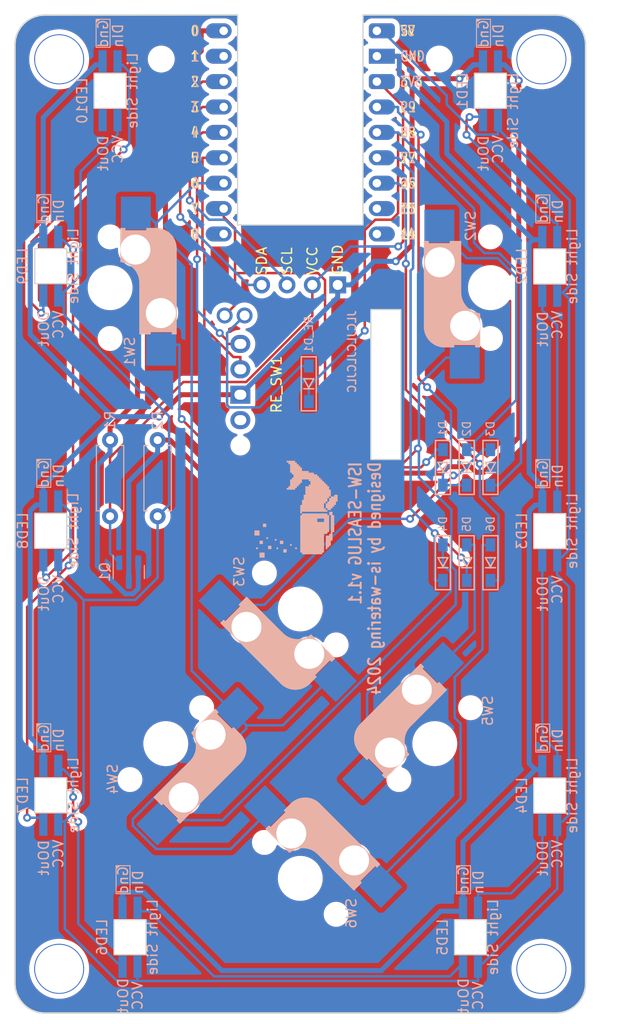
<source format=kicad_pcb>
(kicad_pcb (version 20221018) (generator pcbnew)
  (title_block (title "ISW-SEASLUG") (rev "1.1"))
  (layers (0 "F.Cu" signal) (31 "B.Cu" signal) (34 "B.Paste" user) (35 "F.Paste" user) (36 "B.SilkS" user "B.Silkscreen") (37 "F.SilkS" user "F.Silkscreen") (38 "B.Mask" user) (39 "F.Mask" user) (44 "Edge.Cuts" user))
  (net 0 "")
  (net 1 "+3V3")
  (net 2 "SCL")
  (net 3 "SDA")
  (net 4 "Col1")
  (net 5 "Col0")
  (net 6 "Net-(D1-A)")
  (net 7 "GND")
  (net 8 "RE0B")
  (net 9 "RE0A")
  (net 10 "Net-(D2-A)")
  (net 14 "Net-(D3-A)")
  (net 15 "Net-(D4-A)")
  (net 16 "Net-(D5-A)")
  (net 17 "Net-(D6-A)")
  (net 18 "Row0")
  (net 19 "Row1")
  (net 20 "Row2")
  (net 21 "Row3")
  (net 22 "+5V")
  (net 23 "Net-(LED1-DOUT)")
  (net 24 "LED5V")
  (net 25 "Net-(LED2-DOUT)")
  (net 26 "Net-(LED3-DOUT)")
  (net 27 "Net-(LED4-DOUT)")
  (net 28 "Net-(LED5-DOUT)")
  (net 29 "Net-(LED6-DOUT)")
  (net 30 "Net-(LED7-DOUT)")
  (net 31 "Net-(LED8-DOUT)")
  (net 32 "Net-(LED10-DIN)")
  (net 34 "LED3.3V")
  (net 36 "RE_SW1")
  (footprint "kbd_Parts:Diode_SMD" (layer "F.Cu") (at 100.2445 57.0621 90)
    (fp_text reference "RE_D1")
    (fp_text value "D" hide)
  )
  (footprint "kbd_Parts:Diode_SMD" (layer "F.Cu") (at 116.0633 65.425 90)
    (fp_text reference "D2")
    (fp_text value "D" hide)
  )
  (footprint "BrownSugar_KBD:RotaryEncoder_EVQWGD001" (layer "F.Cu") (at 99.3945 57.1321 90)
    (fp_text reference "RE_SW1")
    (fp_text value "RotaryEncoder_Switch")
    (fp_line (start -7.5 7.075) (end 7.5 7.075) (stroke (width 0.12)) (layer "Edge.Cuts"))
    (fp_line (start -7.5 10.075) (end -7.5 7.075) (stroke (width 0.12)) (layer "Edge.Cuts"))
    (fp_line (start 7.5 7.075) (end 7.5 10.075) (stroke (width 0.12)) (layer "Edge.Cuts"))
    (fp_line (start 7.5 10.075) (end -7.5 10.075) (stroke (width 0.12)) (layer "Edge.Cuts"))
  )
  (footprint "kbd_Parts:Diode_SMD" (layer "F.Cu") (at 113.682 65.425 90)
    (fp_text reference "D1")
    (fp_text value "D" hide)
  )
  (footprint "kbd_Hole:m2_Screw_Hole" (layer "F.Cu") (at 85.4695 24.5875 90)
    (fp_text reference "Ref11")
    (fp_text value "Val02")
  )
  (footprint "kbd_Parts:LED_SK6812MINI-E_UG" (layer "F.Cu") (at 82.3445 112.4025 90)
    (fp_text reference "LED6")
    (fp_text value "LED_SK6812MINI-E")
    (fp_line (start -1.75 -1.6) (end 1.75 -1.6) (stroke (width 0.12)) (layer "Edge.Cuts"))
    (fp_line (start -1.75 1.6) (end -1.75 -1.6) (stroke (width 0.12)) (layer "Edge.Cuts"))
    (fp_line (start 1.75 -1.6) (end 1.75 1.6) (stroke (width 0.12)) (layer "Edge.Cuts"))
    (fp_line (start 1.75 1.6) (end -1.75 1.6) (stroke (width 0.12)) (layer "Edge.Cuts"))
  )
  (footprint "kbd_Parts:Diode_SMD" (layer "F.Cu") (at 113.682 74.95 90)
    (fp_text reference "D4")
    (fp_text value "D" hide)
  )
  (footprint "kbd_Parts:LED_SK6812MINI-E_UG" (layer "F.Cu") (at 74.4045 98.2125 90)
    (fp_text reference "LED7")
    (fp_text value "LED_SK6812MINI-E")
    (fp_line (start -1.75 -1.6) (end 1.75 -1.6) (stroke (width 0.12)) (layer "Edge.Cuts"))
    (fp_line (start -1.75 1.6) (end -1.75 -1.6) (stroke (width 0.12)) (layer "Edge.Cuts"))
    (fp_line (start 1.75 -1.6) (end 1.75 1.6) (stroke (width 0.12)) (layer "Edge.Cuts"))
    (fp_line (start 1.75 1.6) (end -1.75 1.6) (stroke (width 0.12)) (layer "Edge.Cuts"))
  )
  (footprint "kbd_SW:CherryMX_Hotswap_1u" (layer "F.Cu") (at 99.3946 79.5763 135)
    (fp_text reference "SW3")
    (fp_text value "SW_Push" hide)
  )
  (footprint "kbd_Parts:Diode_SMD" (layer "F.Cu") (at 118.4445 65.425 90)
    (fp_text reference "D3")
    (fp_text value "D" hide)
  )
  (footprint "kbd_Parts:LED_SK6812MINI-E_UG" (layer "F.Cu") (at 74.4045 71.7625 90)
    (fp_text reference "LED8")
    (fp_text value "LED_SK6812MINI-E")
    (fp_line (start -1.75 -1.6) (end 1.75 -1.6) (stroke (width 0.12)) (layer "Edge.Cuts"))
    (fp_line (start -1.75 1.6) (end -1.75 -1.6) (stroke (width 0.12)) (layer "Edge.Cuts"))
    (fp_line (start 1.75 -1.6) (end 1.75 1.6) (stroke (width 0.12)) (layer "Edge.Cuts"))
    (fp_line (start 1.75 1.6) (end -1.75 1.6) (stroke (width 0.12)) (layer "Edge.Cuts"))
  )
  (footprint "kbd_Hole:m2_Spacer_Hole" (layer "F.Cu") (at 123.5447 24.6125)
    (fp_text reference "Ref04")
    (fp_text value "Val01")
  )
  (footprint "kbd_Parts:LED_SK6812MINI-E_UG" (layer "F.Cu") (at 74.4045 45.2975 90)
    (fp_text reference "LED9")
    (fp_text value "LED_SK6812MINI-E")
    (fp_line (start -1.75 -1.6) (end 1.75 -1.6) (stroke (width 0.12)) (layer "Edge.Cuts"))
    (fp_line (start -1.75 1.6) (end -1.75 -1.6) (stroke (width 0.12)) (layer "Edge.Cuts"))
    (fp_line (start 1.75 -1.6) (end 1.75 1.6) (stroke (width 0.12)) (layer "Edge.Cuts"))
    (fp_line (start 1.75 1.6) (end -1.75 1.6) (stroke (width 0.12)) (layer "Edge.Cuts"))
  )
  (footprint "kbd_Parts:LED_SK6812MINI-E_UG" (layer "F.Cu") (at 124.3845 71.79 90)
    (fp_text reference "LED3")
    (fp_text value "LED_SK6812MINI-E")
    (fp_line (start -1.75 -1.6) (end 1.75 -1.6) (stroke (width 0.12)) (layer "Edge.Cuts"))
    (fp_line (start -1.75 1.6) (end -1.75 -1.6) (stroke (width 0.12)) (layer "Edge.Cuts"))
    (fp_line (start 1.75 -1.6) (end 1.75 1.6) (stroke (width 0.12)) (layer "Edge.Cuts"))
    (fp_line (start 1.75 1.6) (end -1.75 1.6) (stroke (width 0.12)) (layer "Edge.Cuts"))
  )
  (footprint "kbd_Parts:Diode_SMD" (layer "F.Cu") (at 116.0633 74.95 90)
    (fp_text reference "D5")
    (fp_text value "D" hide)
  )
  (footprint "kbd_Parts:Diode_SMD" (layer "F.Cu") (at 118.4445 74.95 90)
    (fp_text reference "D6")
    (fp_text value "D" hide)
  )
  (footprint "kbd_SW:CherryMX_Hotswap_1u" (layer "F.Cu") (at 99.3946 106.5171 -45)
    (fp_text reference "SW6")
    (fp_text value "SW_Push" hide)
  )
  (footprint "kbd_Parts:LED_SK6812MINI-E_UG" (layer "F.Cu") (at 118.4445 27.7575 90)
    (fp_text reference "LED1")
    (fp_text value "LED_SK6812MINI-E")
    (fp_line (start -1.75 -1.6) (end 1.75 -1.6) (stroke (width 0.12)) (layer "Edge.Cuts"))
    (fp_line (start -1.75 1.6) (end -1.75 -1.6) (stroke (width 0.12)) (layer "Edge.Cuts"))
    (fp_line (start 1.75 -1.6) (end 1.75 1.6) (stroke (width 0.12)) (layer "Edge.Cuts"))
    (fp_line (start 1.75 1.6) (end -1.75 1.6) (stroke (width 0.12)) (layer "Edge.Cuts"))
  )
  (footprint "kbd_Parts:LED_SK6812MINI-E_UG" (layer "F.Cu") (at 124.3845 45.325 90)
    (fp_text reference "LED2")
    (fp_text value "LED_SK6812MINI-E")
    (fp_line (start -1.75 -1.6) (end 1.75 -1.6) (stroke (width 0.12)) (layer "Edge.Cuts"))
    (fp_line (start -1.75 1.6) (end -1.75 -1.6) (stroke (width 0.12)) (layer "Edge.Cuts"))
    (fp_line (start 1.75 -1.6) (end 1.75 1.6) (stroke (width 0.12)) (layer "Edge.Cuts"))
    (fp_line (start 1.75 1.6) (end -1.75 1.6) (stroke (width 0.12)) (layer "Edge.Cuts"))
  )
  (footprint "kbd_SW:CherryMX_Hotswap_1u" (layer "F.Cu") (at 85.9242 93.0467 -135)
    (fp_text reference "SW4")
    (fp_text value "SW_Push" hide)
  )
  (footprint "kbd_Hole:m2_Spacer_Hole" (layer "F.Cu") (at 123.5445 115.5625)
    (fp_text reference "Ref03")
    (fp_text value "Val01")
  )
  (footprint "kbd_SW:CherryMX_Hotswap_1.75u" (layer "F.Cu") (at 80.3445 47.4483 -90)
    (fp_text reference "SW1")
    (fp_text value "SW_Push" hide)
  )
  (footprint "kbd_Hole:m2_Spacer_Hole" (layer "F.Cu") (at 75.2445 24.6125)
    (fp_text reference "Ref01")
    (fp_text value "Val01")
  )
  (footprint "kbd_SW:CherryMX_Hotswap_1.75u" (layer "F.Cu") (at 118.4445 47.4483 90)
    (fp_text reference "SW2")
    (fp_text value "SW_Push" hide)
  )
  (footprint "kbd_Parts:LED_SK6812MINI-E_UG" (layer "F.Cu") (at 80.3445 27.7575 90)
    (fp_text reference "LED10")
    (fp_text value "LED_SK6812MINI-E")
    (fp_line (start -1.75 -1.6) (end 1.75 -1.6) (stroke (width 0.12)) (layer "Edge.Cuts"))
    (fp_line (start -1.75 1.6) (end -1.75 -1.6) (stroke (width 0.12)) (layer "Edge.Cuts"))
    (fp_line (start 1.75 -1.6) (end 1.75 1.6) (stroke (width 0.12)) (layer "Edge.Cuts"))
    (fp_line (start 1.75 1.6) (end -1.75 1.6) (stroke (width 0.12)) (layer "Edge.Cuts"))
  )
  (footprint "kbd_Parts:LED_SK6812MINI-E_UG" (layer "F.Cu") (at 116.4445 112.4025 90)
    (fp_text reference "LED5")
    (fp_text value "LED_SK6812MINI-E")
    (fp_line (start -1.75 -1.6) (end 1.75 -1.6) (stroke (width 0.12)) (layer "Edge.Cuts"))
    (fp_line (start -1.75 1.6) (end -1.75 -1.6) (stroke (width 0.12)) (layer "Edge.Cuts"))
    (fp_line (start 1.75 -1.6) (end 1.75 1.6) (stroke (width 0.12)) (layer "Edge.Cuts"))
    (fp_line (start 1.75 1.6) (end -1.75 1.6) (stroke (width 0.12)) (layer "Edge.Cuts"))
  )
  (footprint "kbd_SW:CherryMX_Hotswap_1u" (layer "F.Cu") (at 112.865 93.0467 45)
    (fp_text reference "SW5")
    (fp_text value "SW_Push" hide)
  )
  (footprint "isw-kbd:StickPointV" (layer "F.Cu") (at 93.3445 48.7725 90)
    (fp_text reference "J1" hide)
    (fp_text value "OLED-128x32" hide)
  )
  (footprint "kbd_Hole:m2_Spacer_Hole" (layer "F.Cu") (at 75.2445 115.5625)
    (fp_text reference "Ref02")
    (fp_text value "Val01")
  )
  (footprint "kbd_Hole:m2_Screw_Hole" (layer "F.Cu") (at 113.3195 24.5875 90)
    (fp_text reference "Ref12")
    (fp_text value "Val02")
  )
  (footprint "kbd_Parts:LED_SK6812MINI-E_UG" (layer "F.Cu") (at 124.3845 98.24 90)
    (fp_text reference "LED4")
    (fp_text value "LED_SK6812MINI-E")
    (fp_line (start -1.75 -1.6) (end 1.75 -1.6) (stroke (width 0.12)) (layer "Edge.Cuts"))
    (fp_line (start -1.75 1.6) (end -1.75 -1.6) (stroke (width 0.12)) (layer "Edge.Cuts"))
    (fp_line (start 1.75 -1.6) (end 1.75 1.6) (stroke (width 0.12)) (layer "Edge.Cuts"))
    (fp_line (start 1.75 1.6) (end -1.75 1.6) (stroke (width 0.12)) (layer "Edge.Cuts"))
  )
  (footprint "Resistor_THT:R_Axial_DIN0207_L6.3mm_D2.5mm_P7.62mm_Horizontal" (layer "B.Cu") (at 85.107 70.3083 90)
    (fp_text reference "R2")
    (fp_text value "R")
  )
  (footprint "Resistor_THT:R_Axial_DIN0207_L6.3mm_D2.5mm_P7.62mm_Horizontal" (layer "B.Cu") (at 80.3445 70.3083 90)
    (fp_text reference "R1")
    (fp_text value "R")
  )
  (footprint "Package_TO_SOT_SMD:SOT-23" (layer "B.Cu") (at 82.217 75.8875 -90)
    (fp_text reference "Q1")
    (fp_text value "BSS138")
  )
  (footprint "isw-logo:logomark_m" (layer "B.Cu") (at 99.394514 69.687452 -90)
    (fp_text reference "G***" hide)
    (fp_text value "LOGO" hide)
  )
  (footprint "isw-kbd:RP2040-Zero-THT" (layer "B.Cu") (at 99.3947 31.9225 180)
    (fp_text reference "U1" hide)
    (fp_text value "rp2040-zero" hide)
    (fp_line (start -6.28 -9.25) (end 6.28 -9.25) (stroke (width 0.12)) (layer "Edge.Cuts"))
    (fp_line (start -6.28 11.75) (end -6.28 -9.25) (stroke (width 0.12)) (layer "Edge.Cuts"))
    (fp_line (start 6.28 -9.25) (end 6.28 11.75) (stroke (width 0.12)) (layer "Edge.Cuts"))
  )
  (gr_curve (pts (xy 73.819514 119.987452) (xy 72.163769 119.987452) (xy 70.819514 118.643197) (xy 70.819514 116.987452)) (stroke (width 0.15)) (layer "Edge.Cuts"))
  (gr_curve (pts (xy 124.969514 20.187452) (xy 126.625259 20.187452) (xy 127.969514 21.531707) (xy 127.969514 23.187452)) (stroke (width 0.15)) (layer "Edge.Cuts"))
  (gr_curve (pts (xy 70.819514 23.187452) (xy 70.819514 21.531707) (xy 72.163769 20.187452) (xy 73.819514 20.187452)) (stroke (width 0.15)) (layer "Edge.Cuts"))
  (gr_line (start 70.819514 116.987452) (end 70.819514 23.187452) (stroke (width 0.15)) (layer "Edge.Cuts"))
  (gr_line (start 127.969514 23.187452) (end 127.969514 116.987452) (stroke (width 0.15)) (layer "Edge.Cuts"))
  (gr_line (start 124.969514 119.987452) (end 73.819514 119.987452) (stroke (width 0.15)) (layer "Edge.Cuts"))
  (gr_line (start 73.819514 20.187452) (end 93.114694 20.172474) (stroke (width 0.15)) (layer "Edge.Cuts"))
  (gr_line (start 105.674694 20.172474) (end 124.969514 20.187452) (stroke (width 0.15)) (layer "Edge.Cuts"))
  (gr_curve (pts (xy 127.969514 116.987452) (xy 127.969514 118.643197) (xy 126.625259 119.987452) (xy 124.969514 119.987452)) (stroke (width 0.15)) (layer "Edge.Cuts"))
  (gr_text "ISW-SEASLUG v1.1\nDesigned by is-watering 2024" (at 107.538264 64.757064 90) (layer "B.SilkS") (effects (font (size 1.2 1) (thickness 0.2) bold) (justify left bottom mirror)))
  (gr_text "JLCJLCJLCJLC" (at 105.038037 49.637107 90) (layer "B.SilkS") (effects (font (size 0.8 0.8)) (justify left bottom mirror)))
  (segment (start 100.6045 47.1725) (end 100.6045 50.2577) (width 0.25) (layer "F.Cu") (net 1))
  (segment (start 100.6045 50.2577) (end 93.98 56.8822) (width 0.25) (layer "F.Cu") (net 1))
  (segment (start 109.6891 42.8481) (end 109.209 43.3282) (width 0.25) (layer "F.Cu") (net 1))
  (segment (start 107.0647 26.8425) (end 107.2001 26.8425) (width 0.25) (layer "F.Cu") (net 1))
  (segment (start 87.6852 56.8822) (end 84.4369 60.1305) (width 0.25) (layer "F.Cu") (net 1))
  (segment (start 80.3445 64.437) (end 80.3445 70.3083) (width 0.25) (layer "F.Cu") (net 1))
  (segment (start 109.6891 29.3315) (end 109.6891 42.8481) (width 0.25) (layer "F.Cu") (net 1))
  (segment (start 84.4369 60.1305) (end 84.4369 60.3446) (width 0.25) (layer "F.Cu") (net 1))
  (segment (start 93.98 56.8822) (end 87.6852 56.8822) (width 0.25) (layer "F.Cu") (net 1))
  (segment (start 84.4369 60.3446) (end 80.3445 64.437) (width 0.25) (layer "F.Cu") (net 1))
  (segment (start 107.2001 26.8425) (end 109.6891 29.3315) (width 0.25) (layer "F.Cu") (net 1))
  (via (at 109.209 43.3282) (size 0.8) (drill 0.4) (layers "F.Cu" "B.Cu") (net 1))
  (segment (start 80.3445 74.0275) (end 80.3445 70.3083) (width 0.25) (layer "B.Cu") (net 1))
  (segment (start 104.4488 43.3282) (end 109.209 43.3282) (width 0.25) (layer "B.Cu") (net 1))
  (segment (start 100.6045 47.1725) (end 104.4488 43.3282) (width 0.25) (layer "B.Cu") (net 1))
  (segment (start 81.267 74.95) (end 80.3445 74.0275) (width 0.25) (layer "B.Cu") (net 1))
  (segment (start 88.3281 30.6522) (end 88.3281 38.7281) (width 0.25) (layer "F.Cu") (net 2))
  (segment (start 91.7247 29.3825) (end 89.5978 29.3825) (width 0.25) (layer "F.Cu") (net 2))
  (segment (start 89.5978 29.3825) (end 88.3281 30.6522) (width 0.25) (layer "F.Cu") (net 2))
  (via (at 88.3281 38.7281) (size 0.8) (drill 0.4) (layers "F.Cu" "B.Cu") (net 2))
  (segment (start 90.2532 40.6532) (end 91.8828 40.6532) (width 0.25) (layer "B.Cu") (net 2))
  (segment (start 98.0645 46.8349) (end 98.0645 47.1725) (width 0.25) (layer "B.Cu") (net 2))
  (segment (start 88.3281 38.7281) (end 90.2532 40.6532) (width 0.25) (layer "B.Cu") (net 2))
  (segment (start 91.8828 40.6532) (end 98.0645 46.8349) (width 0.25) (layer "B.Cu") (net 2))
  (segment (start 87.3749 29.0654) (end 87.3749 40.3768) (width 0.25) (layer "F.Cu") (net 3))
  (segment (start 89.5978 26.8425) (end 87.3749 29.0654) (width 0.25) (layer "F.Cu") (net 3))
  (segment (start 91.7247 26.8425) (end 89.5978 26.8425) (width 0.25) (layer "F.Cu") (net 3))
  (via (at 87.3749 40.3768) (size 0.8) (drill 0.4) (layers "F.Cu" "B.Cu") (net 3))
  (segment (start 95.5245 47.1725) (end 94.1706 47.1725) (width 0.25) (layer "B.Cu") (net 3))
  (segment (start 94.1706 47.1725) (end 87.3749 40.3768) (width 0.25) (layer "B.Cu") (net 3))
  (segment (start 109.7473 64.9631) (end 106.3167 64.9631) (width 0.25) (layer "F.Cu") (net 4))
  (segment (start 91.7247 39.5425) (end 91.7247 40.3824) (width 0.25) (layer "F.Cu") (net 4))
  (segment (start 92.8606 41.5183) (end 92.8606 45.9889) (width 0.25) (layer "F.Cu") (net 4))
  (segment (start 111.1774 63.533) (end 109.7473 64.9631) (width 0.25) (layer "F.Cu") (net 4))
  (segment (start 91.7247 40.3824) (end 92.8606 41.5183) (width 0.25) (layer "F.Cu") (net 4))
  (segment (start 101.8746 60.521) (end 101.8746 46.6951) (width 0.25) (layer "F.Cu") (net 4))
  (segment (start 92.8606 45.9889) (end 92.8606 49.191) (width 0.25) (layer "F.Cu") (net 4))
  (segment (start 101.1684 45.9889) (end 92.8606 45.9889) (width 0.25) (layer "F.Cu") (net 4))
  (segment (start 101.8746 46.6951) (end 101.1684 45.9889) (width 0.25) (layer "F.Cu") (net 4))
  (segment (start 92.8606 49.191) (end 91.8195 50.2321) (width 0.25) (layer "F.Cu") (net 4))
  (segment (start 106.3167 64.9631) (end 101.8746 60.521) (width 0.25) (layer "F.Cu") (net 4))
  (via (at 111.1774 63.533) (size 0.8) (drill 0.4) (layers "F.Cu" "B.Cu") (net 4))
  (segment (start 115.8645 54.4483) (end 114.0376 54.4483) (width 0.25) (layer "B.Cu") (net 4))
  (segment (start 111.2791 66.4188) (end 111.2791 63.533) (width 0.25) (layer "B.Cu") (net 4))
  (segment (start 106.0909 88.0108) (end 114.9724 79.1293) (width 0.25) (layer "B.Cu") (net 4))
  (segment (start 114.9724 79.1293) (end 114.9724 75.7446) (width 0.25) (layer "B.Cu") (net 4))
  (segment (start 114.0053 54.4483) (end 111.2791 57.1745) (width 0.25) (layer "B.Cu") (net 4))
  (segment (start 114.9724 75.7446) (end 114.5205 75.2927) (width 0.25) (layer "B.Cu") (net 4))
  (segment (start 111.2791 57.1745) (end 111.2791 63.533) (width 0.25) (layer "B.Cu") (net 4))
  (segment (start 114.5205 75.2927) (end 114.5205 69.6602) (width 0.25) (layer "B.Cu") (net 4))
  (segment (start 106.0909 96.1721) (end 106.0909 88.0108) (width 0.25) (layer "B.Cu") (net 4))
  (segment (start 114.0376 54.4483) (end 114.0053 54.4483) (width 0.25) (layer "B.Cu") (net 4))
  (segment (start 111.2791 63.533) (end 111.1774 63.533) (width 0.25) (layer "B.Cu") (net 4))
  (segment (start 114.5205 69.6602) (end 111.2791 66.4188) (width 0.25) (layer "B.Cu") (net 4))
  (segment (start 88.518 45.0887) (end 84.9349 41.5056) (width 0.25) (layer "B.Cu") (net 5))
  (segment (start 92.6983 89.9213) (end 91.4064 88.6294) (width 0.25) (layer "B.Cu") (net 5))
  (segment (start 88.518 85.7411) (end 88.518 45.0887) (width 0.25) (layer "B.Cu") (net 5))
  (segment (start 102.52 86.3504) (end 97.6573 91.2131) (width 0.25) (layer "B.Cu") (net 5))
  (segment (start 88.5181 85.7411) (end 88.518 85.7411) (width 0.25) (layer "B.Cu") (net 5))
  (segment (start 83.838 40.4483) (end 84.3656 40.4483) (width 0.25) (layer "B.Cu") (net 5))
  (segment (start 97.6573 91.2131) (end 93.9901 91.2131) (width 0.25) (layer "B.Cu") (net 5))
  (segment (start 88.95 37.0025) (end 84.9349 41.0176) (width 0.25) (layer "B.Cu") (net 5))
  (segment (start 82.6266 101.2516) (end 84.9564 103.5814) (width 0.25) (layer "B.Cu") (net 5))
  (segment (start 89.9073 95.6221) (end 87.5849 95.6221) (width 0.25) (layer "B.Cu") (net 5))
  (segment (start 92.6983 89.9213) (end 93.9842 91.2072) (width 0.25) (layer "B.Cu") (net 5))
  (segment (start 93.9901 91.2131) (end 93.9901 91.5393) (width 0.25) (layer "B.Cu") (net 5))
  (segment (start 87.5849 95.6221) (end 82.6266 100.5804) (width 0.25) (layer "B.Cu") (net 5))
  (segment (start 84.3656 40.4483) (end 84.9349 41.0176) (width 0.25) (layer "B.Cu") (net 5))
  (segment (start 91.7247 37.0025) (end 88.95 37.0025) (width 0.25) (layer "B.Cu") (net 5))
  (segment (start 84.9349 41.5056) (end 84.9349 41.0176) (width 0.25) (layer "B.Cu") (net 5))
  (segment (start 82.9245 40.4483) (end 83.838 40.4483) (width 0.25) (layer "B.Cu") (net 5))
  (segment (start 92.4308 103.5814) (end 96.2692 99.743) (width 0.25) (layer "B.Cu") (net 5))
  (segment (start 93.9901 91.5393) (end 89.9073 95.6221) (width 0.25) (layer "B.Cu") (net 5))
  (segment (start 84.9564 103.5814) (end 92.4308 103.5814) (width 0.25) (layer "B.Cu") (net 5))
  (segment (start 82.6266 100.5804) (end 82.6266 101.2516) (width 0.25) (layer "B.Cu") (net 5))
  (segment (start 93.9842 91.2072) (end 93.9901 91.2131) (width 0.25) (layer "B.Cu") (net 5))
  (segment (start 91.4064 88.6294) (end 88.5181 85.7411) (width 0.25) (layer "B.Cu") (net 5))
  (segment (start 92.3432 65.4165) (end 111.4817 65.4165) (width 0.25) (layer "F.Cu") (net 6))
  (segment (start 111.4817 65.4165) (end 112.0064 64.8918) (width 0.25) (layer "F.Cu") (net 6))
  (segment (start 87.5169 60.5902) (end 92.3432 65.4165) (width 0.25) (layer "F.Cu") (net 6))
  (via (at 87.5169 60.5902) (size 0.8) (drill 0.4) (layers "F.Cu" "B.Cu") (net 6))
  (via (at 112.0064 64.8918) (size 0.8) (drill 0.4) (layers "F.Cu" "B.Cu") (net 6))
  (segment (start 113.682 63.65) (end 112.8801 63.65) (width 0.25) (layer "B.Cu") (net 6))
  (segment (start 112.8801 63.65) (end 112.8801 64.0181) (width 0.25) (layer "B.Cu") (net 6))
  (segment (start 112.8801 64.0181) (end 112.0064 64.8918) (width 0.25) (layer "B.Cu") (net 6))
  (segment (start 87.2914 60.3647) (end 87.5169 60.5902) (width 0.25) (layer "B.Cu") (net 6))
  (segment (start 85.4645 53.1483) (end 87.2914 53.1483) (width 0.25) (layer "B.Cu") (net 6))
  (segment (start 87.2914 53.1483) (end 87.2914 60.3647) (width 0.25) (layer "B.Cu") (net 6))
  (segment (start 110.593 26.5541) (end 110.593 43.1775) (width 0.5) (layer "F.Cu") (net 7))
  (segment (start 109.3166 24.3025) (end 110.593 25.5789) (width 0.5) (layer "F.Cu") (net 7))
  (segment (start 110.593 43.1775) (end 108.958 44.8125) (width 0.5) (layer "F.Cu") (net 7))
  (segment (start 110.593 25.5789) (end 110.593 26.5541) (width 0.5) (layer "F.Cu") (net 7))
  (segment (start 110.593 26.5541) (end 115.3384 26.5541) (width 0.5) (layer "F.Cu") (net 7))
  (segment (start 93.3945 58.1521) (end 87.4448 58.1521) (width 0.5) (layer "F.Cu") (net 7))
  (segment (start 107.0647 24.3025) (end 109.3166 24.3025) (width 0.5) (layer "F.Cu") (net 7))
  (segment (start 87.4448 58.1521) (end 85.2533 60.3436) (width 0.5) (layer "F.Cu") (net 7))
  (via (at 115.3384 26.5541) (size 0.8) (drill 0.4) (layers "F.Cu" "B.Cu") (net 7))
  (via (at 108.958 44.8125) (size 0.8) (drill 0.4) (layers "F.Cu" "B.Cu") (net 7))
  (via (at 85.2533 60.3436) (size 0.8) (drill 0.4) (layers "F.Cu" "B.Cu") (net 7))
  (segment (start 83.6917 107.9006) (end 81.5945 107.9006) (width 0.5) (layer "B.Cu") (net 7))
  (segment (start 122.3177 69.7982) (end 122.3177 95.0245) (width 0.5) (layer "B.Cu") (net 7))
  (segment (start 72.3414 52.1135) (end 80.5715 60.3436) (width 0.5) (layer "B.Cu") (net 7))
  (segment (start 81.5945 107.9006) (end 81.5945 109.8025) (width 0.5) (layer "B.Cu") (net 7))
  (segment (start 115.3384 26.5541) (end 116.735 25.1575) (width 0.5) (layer "B.Cu") (net 7))
  (segment (start 115.6945 102.8787) (end 115.6945 109.8025) (width 0.5) (layer "B.Cu") (net 7))
  (segment (start 106.8064 44.8125) (end 108.958 44.8125) (width 0.5) (layer "B.Cu") (net 7))
  (segment (start 73.6545 42.6975) (end 73.6545 30.4178) (width 0.5) (layer "B.Cu") (net 7))
  (segment (start 123.6345 67.2881) (end 122.3194 65.973) (width 0.5) (layer "B.Cu") (net 7))
  (segment (start 113.444311 109.8025) (end 107.509678 115.737133) (width 0.5) (layer "B.Cu") (net 7))
  (segment (start 123.6345 69.19) (end 123.6345 67.2881) (width 0.5) (layer "B.Cu") (net 7))
  (segment (start 109.3166 26.0941) (end 114.0764 30.8539) (width 0.5) (layer "B.Cu") (net 7))
  (segment (start 114.0764 34.0461) (end 122.6839 42.6536) (width 0.5) (layer "B.Cu") (net 7))
  (segment (start 104.4464 47.1725) (end 106.8064 44.8125) (width 0.5) (layer "B.Cu") (net 7))
  (segment (start 109.3166 24.3025) (end 109.3166 26.0941) (width 0.5) (layer "B.Cu") (net 7))
  (segment (start 78.9148 25.1575) (end 79.5945 25.1575) (width 0.5) (layer "B.Cu") (net 7))
  (segment (start 123.6345 69.19) (end 122.9259 69.19) (width 0.5) (layer "B.Cu") (net 7))
  (segment (start 72.9684 42.6975) (end 72.3414 43.3245) (width 0.5) (layer "B.Cu") (net 7))
  (segment (start 122.9332 95.64) (end 115.6945 102.8787) (width 0.5) (layer "B.Cu") (net 7))
  (segment (start 85.2533 60.3436) (end 80.5715 60.3436) (width 0.5) (layer "B.Cu") (net 7))
  (segment (start 103.0722 48.4744) (end 93.3945 58.1521) (width 0.5) (layer "B.Cu") (net 7))
  (segment (start 122.3177 95.0245) (end 122.9332 95.64) (width 0.5) (layer "B.Cu") (net 7))
  (segment (start 114.0764 30.8539) (end 114.0764 34.0461) (width 0.5) (layer "B.Cu") (net 7))
  (segment (start 123.6345 95.64) (end 122.9332 95.64) (width 0.5) (layer "B.Cu") (net 7))
  (segment (start 72.3434 92.3995) (end 73.6545 93.7106) (width 0.5) (layer "B.Cu") (net 7))
  (segment (start 115.6945 109.8025) (end 113.444311 109.8025) (width 0.5) (layer "B.Cu") (net 7))
  (segment (start 91.528233 115.737133) (end 83.6917 107.9006) (width 0.5) (layer "B.Cu") (net 7))
  (segment (start 116.735 25.1575) (end 117.6945 25.1575) (width 0.5) (layer "B.Cu") (net 7))
  (segment (start 72.3414 43.3245) (end 72.3414 52.1135) (width 0.5) (layer "B.Cu") (net 7))
  (segment (start 72.9458 69.1625) (end 72.3434 69.7649) (width 0.5) (layer "B.Cu") (net 7))
  (segment (start 122.3194 43.0181) (end 122.6839 42.6536) (width 0.5) (layer "B.Cu") (net 7))
  (segment (start 73.6545 69.1625) (end 73.6545 67.2606) (width 0.5) (layer "B.Cu") (net 7))
  (segment (start 73.6545 69.1625) (end 72.9458 69.1625) (width 0.5) (layer "B.Cu") (net 7))
  (segment (start 73.6545 30.4178) (end 78.9148 25.1575) (width 0.5) (layer "B.Cu") (net 7))
  (segment (start 122.9259 69.19) (end 122.3177 69.7982) (width 0.5) (layer "B.Cu") (net 7))
  (segment (start 107.0647 24.3025) (end 109.3166 24.3025) (width 0.5) (layer "B.Cu") (net 7))
  (segment (start 80.5715 60.3436) (end 73.6545 67.2606) (width 0.5) (layer "B.Cu") (net 7))
  (segment (start 107.509678 115.737133) (end 91.528233 115.737133) (width 0.5) (layer "B.Cu") (net 7))
  (segment (start 122.6839 42.6536) (end 123.5631 42.6536) (width 0.5) (layer "B.Cu") (net 7))
  (segment (start 103.1445 47.1725) (end 104.4464 47.1725) (width 0.5) (layer "B.Cu") (net 7))
  (segment (start 123.5631 42.6536) (end 123.6345 42.725) (width 0.5) (layer "B.Cu") (net 7))
  (segment (start 72.3434 69.7649) (end 72.3434 92.3995) (width 0.5) (layer "B.Cu") (net 7))
  (segment (start 103.1445 48.4744) (end 103.0722 48.4744) (width 0.5) (layer "B.Cu") (net 7))
  (segment (start 103.1445 47.1725) (end 103.1445 48.4744) (width 0.5) (layer "B.Cu") (net 7))
  (segment (start 122.3194 65.973) (end 122.3194 43.0181) (width 0.5) (layer "B.Cu") (net 7))
  (segment (start 73.6545 95.6125) (end 73.6545 93.7106) (width 0.5) (layer "B.Cu") (net 7))
  (segment (start 73.6545 42.6975) (end 72.9684 42.6975) (width 0.5) (layer "B.Cu") (net 7))
  (segment (start 89.5978 43.4668) (end 89.7848 43.6538) (width 0.25) (layer "F.Cu") (net 8))
  (segment (start 93.3945 55.6121) (end 93.3945 54.3852) (width 0.25) (layer "F.Cu") (net 8))
  (segment (start 91.7247 34.4625) (end 89.5978 34.4625) (width 0.25) (layer "F.Cu") (net 8))
  (segment (start 89.7848 51.4711) (end 92.6989 54.3852) (width 0.25) (layer "F.Cu") (net 8))
  (segment (start 89.7848 43.6538) (end 89.7848 51.4711) (width 0.25) (layer "F.Cu") (net 8))
  (segment (start 92.6989 54.3852) (end 93.3945 54.3852) (width 0.25) (layer "F.Cu") (net 8))
  (segment (start 89.5978 34.4625) (end 89.5978 43.4668) (width 0.25) (layer "F.Cu") (net 8))
  (segment (start 91.7247 31.9225) (end 89.5978 31.9225) (width 0.25) (layer "F.Cu") (net 9))
  (segment (start 91.3294 51.9878) (end 92.0676 52.726) (width 0.25) (layer "F.Cu") (net 9))
  (segment (start 93.3945 53.0721) (end 92.0676 53.0721) (width 0.25) (layer "F.Cu") (net 9))
  (segment (start 89.0579 32.4624) (end 89.0579 44.6007) (width 0.25) (layer "F.Cu") (net 9))
  (segment (start 92.0676 52.726) (end 92.0676 53.0721) (width 0.25) (layer "F.Cu") (net 9))
  (segment (start 89.5978 31.9225) (end 89.0579 32.4624) (width 0.25) (layer "F.Cu") (net 9))
  (via (at 89.0579 44.6007) (size 0.8) (drill 0.4) (layers "F.Cu" "B.Cu") (net 9))
  (via (at 91.3294 51.9878) (size 0.8) (drill 0.4) (layers "F.Cu" "B.Cu") (net 9))
  (segment (start 89.0579 49.7163) (end 91.3294 51.9878) (width 0.25) (layer "B.Cu") (net 9))
  (segment (start 89.0579 44.6007) (end 89.0579 49.7163) (width 0.25) (layer "B.Cu") (net 9))
  (segment (start 121.0317 58.6816) (end 116.8652 62.8481) (width 0.25) (layer "B.Cu") (net 10))
  (segment (start 116.0771 44.5009) (end 119.1657 44.5009) (width 0.25) (layer "B.Cu") (net 10))
  (segment (start 116.0633 63.65) (end 116.8652 63.65) (width 0.25) (layer "B.Cu") (net 10))
  (segment (start 113.3245 41.7483) (end 116.0771 44.5009) (width 0.25) (layer "B.Cu") (net 10))
  (segment (start 121.0317 46.3669) (end 121.0317 58.6816) (width 0.25) (layer "B.Cu") (net 10))
  (segment (start 119.1657 44.5009) (end 121.0317 46.3669) (width 0.25) (layer "B.Cu") (net 10))
  (segment (start 116.8652 62.8481) (end 116.8652 63.65) (width 0.25) (layer "B.Cu") (net 10))
  (segment (start 110.3897 70.5654) (end 114.729 66.2261) (width 0.25) (layer "F.Cu") (net 14))
  (via (at 114.729 66.2261) (size 0.8) (drill 0.4) (layers "F.Cu" "B.Cu") (net 14))
  (via (at 110.3897 70.5654) (size 0.8) (drill 0.4) (layers "F.Cu" "B.Cu") (net 14))
  (segment (start 115.1667 66.2261) (end 114.729 66.2261) (width 0.25) (layer "B.Cu") (net 14))
  (segment (start 91.7437 79.1662) (end 95.7853 79.1662) (width 0.25) (layer "B.Cu") (net 14))
  (segment (start 118.4445 63.65) (end 117.6426 63.65) (width 0.25) (layer "B.Cu") (net 14))
  (segment (start 117.6426 63.65) (end 117.6426 63.7502) (width 0.25) (layer "B.Cu") (net 14))
  (segment (start 104.3861 70.5654) (end 110.3897 70.5654) (width 0.25) (layer "B.Cu") (net 14))
  (segment (start 117.6426 63.7502) (end 115.1667 66.2261) (width 0.25) (layer "B.Cu") (net 14))
  (segment (start 95.7853 79.1662) (end 104.3861 70.5654) (width 0.25) (layer "B.Cu") (net 14))
  (segment (start 91.6147 100.6976) (end 114.4839 77.8284) (width 0.25) (layer "B.Cu") (net 15))
  (segment (start 85.5141 100.6976) (end 91.6147 100.6976) (width 0.25) (layer "B.Cu") (net 15))
  (segment (start 114.4839 77.8284) (end 114.4839 75.9396) (width 0.25) (layer "B.Cu") (net 15))
  (segment (start 114.4839 75.9396) (end 113.682 75.1377) (width 0.25) (layer "B.Cu") (net 15))
  (segment (start 113.682 75.1377) (end 113.682 73.175) (width 0.25) (layer "B.Cu") (net 15))
  (segment (start 113.2751 85.3958) (end 116.8652 81.8057) (width 0.25) (layer "B.Cu") (net 16))
  (segment (start 116.8652 81.8057) (end 116.8652 73.175) (width 0.25) (layer "B.Cu") (net 16))
  (segment (start 116.0633 73.175) (end 116.8652 73.175) (width 0.25) (layer "B.Cu") (net 16))
  (segment (start 114.8635 86.3911) (end 117.6426 83.612) (width 0.25) (layer "B.Cu") (net 17))
  (segment (start 115.4486 98.5241) (end 115.4486 91.0382) (width 0.25) (layer "B.Cu") (net 17))
  (segment (start 118.4445 73.175) (end 117.6426 73.175) (width 0.25) (layer "B.Cu") (net 17))
  (segment (start 107.0455 106.9272) (end 115.4486 98.5241) (width 0.25) (layer "B.Cu") (net 17))
  (segment (start 115.4486 91.0382) (end 114.8635 90.4531) (width 0.25) (layer "B.Cu") (net 17))
  (segment (start 114.8635 90.4531) (end 114.8635 86.3911) (width 0.25) (layer "B.Cu") (net 17))
  (segment (start 117.6426 83.612) (end 117.6426 73.175) (width 0.25) (layer "B.Cu") (net 17))
  (segment (start 111.2422 32.3602) (end 111.2422 56.533) (width 0.25) (layer "F.Cu") (net 18))
  (segment (start 111.2422 56.533) (end 112.1002 57.391) (width 0.25) (layer "F.Cu") (net 18))
  (segment (start 111.4551 32.1473) (end 111.2422 32.3602) (width 0.25) (layer "F.Cu") (net 18))
  (via (at 112.1002 57.391) (size 0.8) (drill 0.4) (layers "F.Cu" "B.Cu") (net 18))
  (via (at 111.4551 32.1473) (size 0.8) (drill 0.4) (layers "F.Cu" "B.Cu") (net 18))
  (segment (start 113.682 66.9912) (end 113.682 65.8966) (width 0.25) (layer "B.Cu") (net 18))
  (segment (start 109.1916 29.3825) (end 109.1916 29.8838) (width 0.25) (layer "B.Cu") (net 18))
  (segment (start 107.0647 29.3825) (end 109.1916 29.3825) (width 0.25) (layer "B.Cu") (net 18))
  (segment (start 109.1916 29.8838) (end 111.4551 32.1473) (width 0.25) (layer "B.Cu") (net 18))
  (segment (start 113.682 65.8966) (end 114.4897 65.0889) (width 0.25) (layer "B.Cu") (net 18))
  (segment (start 114.4897 59.7805) (end 112.1002 57.391) (width 0.25) (layer "B.Cu") (net 18))
  (segment (start 114.4897 65.0889) (end 114.4897 59.7805) (width 0.25) (layer "B.Cu") (net 18))
  (segment (start 116.0633 67.2) (end 113.8908 67.2) (width 0.25) (layer "B.Cu") (net 18))
  (segment (start 113.8908 67.2) (end 113.682 66.9912) (width 0.25) (layer "B.Cu") (net 18))
  (segment (start 113.682 67.2) (end 113.682 66.9912) (width 0.25) (layer "B.Cu") (net 18))
  (segment (start 109.1916 31.9225) (end 109.1916 40.0102) (width 0.25) (layer "F.Cu") (net 19))
  (segment (start 107.0647 31.9225) (end 109.1916 31.9225) (width 0.25) (layer "F.Cu") (net 19))
  (segment (start 105.8534 41.7035) (end 105.8534 51.7468) (width 0.25) (layer "F.Cu") (net 19))
  (segment (start 108.5486 40.6532) (end 106.9037 40.6532) (width 0.25) (layer "F.Cu") (net 19))
  (segment (start 109.1916 40.0102) (end 108.5486 40.6532) (width 0.25) (layer "F.Cu") (net 19))
  (segment (start 106.9037 40.6532) (end 105.8534 41.7035) (width 0.25) (layer "F.Cu") (net 19))
  (via (at 105.8534 51.7468) (size 0.8) (drill 0.4) (layers "F.Cu" "B.Cu") (net 19))
  (segment (start 117.8318 43.9971) (end 119.3232 43.9971) (width 0.25) (layer "B.Cu") (net 19))
  (segment (start 121.4937 64.9527) (end 119.2464 67.2) (width 0.25) (layer "B.Cu") (net 19))
  (segment (start 107.0647 31.9225) (end 109.1916 31.9225) (width 0.25) (layer "B.Cu") (net 19))
  (segment (start 100.2445 58.8371) (end 100.2445 57.3557) (width 0.25) (layer "B.Cu") (net 19))
  (segment (start 119.3232 43.9971) (end 121.4937 46.1676) (width 0.25) (layer "B.Cu") (net 19))
  (segment (start 118.4445 67.2) (end 119.2464 67.2) (width 0.25) (layer "B.Cu") (net 19))
  (segment (start 116.8025 39.5334) (end 116.8025 42.9678) (width 0.25) (layer "B.Cu") (net 19))
  (segment (start 109.1916 31.9225) (end 116.8025 39.5334) (width 0.25) (layer "B.Cu") (net 19))
  (segment (start 100.2445 57.3557) (end 105.8534 51.7468) (width 0.25) (layer "B.Cu") (net 19))
  (segment (start 116.8025 42.9678) (end 117.8318 43.9971) (width 0.25) (layer "B.Cu") (net 19))
  (segment (start 121.4937 46.1676) (end 121.4937 64.9527) (width 0.25) (layer "B.Cu") (net 19))
  (segment (start 113.0721 72.002) (end 115.5013 74.4312) (width 0.25) (layer "F.Cu") (net 20))
  (segment (start 112.8652 72.002) (end 113.0721 72.002) (width 0.25) (layer "F.Cu") (net 20))
  (via (at 115.5013 74.4312) (size 0.8) (drill 0.4) (layers "F.Cu" "B.Cu") (net 20))
  (via (at 112.8652 72.002) (size 0.8) (drill 0.4) (layers "F.Cu" "B.Cu") (net 20))
  (segment (start 113.682 76.725) (end 112.8801 76.725) (width 0.25) (layer "B.Cu") (net 20))
  (segment (start 112.8652 76.7101) (end 112.8801 76.725) (width 0.25) (layer "B.Cu") (net 20))
  (segment (start 110.6967 35.9676) (end 110.6967 45.4978) (width 0.25) (layer "B.Cu") (net 20))
  (segment (start 110.4469 69.5837) (end 112.8652 72.002) (width 0.25) (layer "B.Cu") (net 20))
  (segment (start 110.6967 45.4978) (end 110.4469 45.7476) (width 0.25) (layer "B.Cu") (net 20))
  (segment (start 110.4469 45.7476) (end 110.4469 69.5837) (width 0.25) (layer "B.Cu") (net 20))
  (segment (start 116.0633 76.725) (end 116.0633 74.9932) (width 0.25) (layer "B.Cu") (net 20))
  (segment (start 109.1916 34.4625) (end 110.6967 35.9676) (width 0.25) (layer "B.Cu") (net 20))
  (segment (start 116.0633 74.9932) (end 115.5013 74.4312) (width 0.25) (layer "B.Cu") (net 20))
  (segment (start 107.0647 34.4625) (end 109.1916 34.4625) (width 0.25) (layer "B.Cu") (net 20))
  (segment (start 112.8652 72.002) (end 112.8652 76.7101) (width 0.25) (layer "B.Cu") (net 20))
  (segment (start 117.3789 65.0626) (end 109.9698 57.6535) (width 0.25) (layer "F.Cu") (net 21))
  (segment (start 109.9698 57.6535) (end 109.9698 45.0509) (width 0.25) (layer "F.Cu") (net 21))
  (via (at 109.9698 45.0509) (size 0.8) (drill 0.4) (layers "F.Cu" "B.Cu") (net 21))
  (via (at 117.3789 65.0626) (size 0.8) (drill 0.4) (layers "F.Cu" "B.Cu") (net 21))
  (segment (start 107.0647 37.0025) (end 109.1916 37.0025) (width 0.25) (layer "B.Cu") (net 21))
  (segment (start 117.3789 65.0626) (end 117.3789 68.3215) (width 0.25) (layer "B.Cu") (net 21))
  (segment (start 118.4445 76.725) (end 119.2464 76.725) (width 0.25) (layer "B.Cu") (net 21))
  (segment (start 119.2464 70.189) (end 119.2464 76.725) (width 0.25) (layer "B.Cu") (net 21))
  (segment (start 117.3789 68.3215) (end 119.2464 70.189) (width 0.25) (layer "B.Cu") (net 21))
  (segment (start 109.9698 37.7807) (end 109.9698 45.0509) (width 0.25) (layer "B.Cu") (net 21))
  (segment (start 109.1916 37.0025) (end 109.9698 37.7807) (width 0.25) (layer "B.Cu") (net 21))
  (segment (start 75.1545 74.3625) (end 75.1545 76.1394) (width 0.25) (layer "B.Cu") (net 22))
  (segment (start 119.1945 31.526) (end 126.3837 38.7152) (width 0.25) (layer "B.Cu") (net 22))
  (segment (start 86.2586 69.1567) (end 86.2586 60.3209) (width 0.25) (layer "B.Cu") (net 22))
  (segment (start 117.1945 116.7794) (end 83.096 116.7794) (width 0.25) (layer "B.Cu") (net 22))
  (segment (start 125.1345 74.39) (end 125.1345 76.1669) (width 0.25) (layer "B.Cu") (net 22))
  (segment (start 85.107 70.3083) (end 85.107 76.4435) (width 0.25) (layer "B.Cu") (net 22))
  (segment (start 125.5963 74.39) (end 125.1345 74.39) (width 0.25) (layer "B.Cu") (net 22))
  (segment (start 125.6493 100.84) (end 126.3109 100.1784) (width 0.25) (layer "B.Cu") (net 22))
  (segment (start 83.467 57.9209) (end 75.7038 50.1577) (width 0.25) (layer "B.Cu") (net 22))
  (segment (start 126.3109 48.5492) (end 126.3109 73.6754) (width 0.25) (layer "B.Cu") (net 22))
  (segment (start 75.8134 100.8125) (end 75.8134 111.5464) (width 0.25) (layer "B.Cu") (net 22))
  (segment (start 77.6932 98.9327) (end 75.8134 100.8125) (width 0.25) (layer "B.Cu") (net 22))
  (segment (start 126.3837 47.228) (end 125.6867 47.925) (width 0.25) (layer "B.Cu") (net 22))
  (segment (start 77.6932 78.6781) (end 77.6932 98.9327) (width 0.25) (layer "B.Cu") (net 22))
  (segment (start 77.6932 78.6781) (end 75.1545 76.1394) (width 0.25) (layer "B.Cu") (net 22))
  (segment (start 125.1345 100.84) (end 125.6493 100.84) (width 0.25) (layer "B.Cu") (net 22))
  (segment (start 77.3902 46.2111) (end 75.7038 47.8975) (width 0.25) (layer "B.Cu") (net 22))
  (segment (start 83.0945 115.0025) (end 83.0945 116.7779) (width 0.25) (layer "B.Cu") (net 22))
  (segment (start 81.0945 32.1344) (end 77.3902 35.8387) (width 0.25) (layer "B.Cu") (net 22))
  (segment (start 81.0464 116.7794) (end 83.093 116.7794) (width 0.25) (layer "B.Cu") (net 22))
  (segment (start 107.5939 21.7625) (end 114.0634 28.232) (width 0.25) (layer "B.Cu") (net 22))
  (segment (start 125.6867 47.925) (end 125.1345 47.925) (width 0.25) (layer "B.Cu") (net 22))
  (segment (start 114.0634 29.1302) (end 117.0676 32.1344) (width 0.25) (layer "B.Cu") (net 22))
  (segment (start 126.3109 73.6754) (end 125.5963 74.39) (width 0.25) (layer "B.Cu") (net 22))
  (segment (start 85.107 76.4435) (end 82.8724 78.6781) (width 0.25) (layer "B.Cu") (net 22))
  (segment (start 117.6934 115.0025) (end 125.1345 107.5614) (width 0.25) (layer "B.Cu") (net 22))
  (segment (start 117.1945 115.0025) (end 117.1945 116.7794) (width 0.25) (layer "B.Cu") (net 22))
  (segment (start 85.107 70.3083) (end 86.2586 69.1567) (width 0.25) (layer "B.Cu") (net 22))
  (segment (start 83.8586 57.9209) (end 83.467 57.9209) (width 0.25) (layer "B.Cu") (net 22))
  (segment (start 125.1345 107.5614) (end 125.1345 100.84) (width 0.25) (layer "B.Cu") (net 22))
  (segment (start 125.6867 47.925) (end 126.3109 48.5492) (width 0.25) (layer "B.Cu") (net 22))
  (segment (start 83.096 116.7794) (end 83.0945 116.7779) (width 0.25) (layer "B.Cu") (net 22))
  (segment (start 126.3109 77.3433) (end 125.1345 76.1669) (width 0.25) (layer "B.Cu") (net 22))
  (segment (start 117.0676 32.1344) (end 119.1945 32.1344) (width 0.25) (layer "B.Cu") (net 22))
  (segment (start 119.1945 30.3575) (end 119.1945 31.526) (width 0.25) (layer "B.Cu") (net 22))
  (segment (start 126.3109 100.1784) (end 126.3109 77.3433) (width 0.25) (layer "B.Cu") (net 22))
  (segment (start 117.1945 115.0025) (end 117.6934 115.0025) (width 0.25) (layer "B.Cu") (net 22))
  (segment (start 81.0945 30.3575) (end 81.0945 32.1344) (width 0.25) (layer "B.Cu") (net 22))
  (segment (start 86.2586 60.3209) (end 83.8586 57.9209) (width 0.25) (layer "B.Cu") (net 22))
  (segment (start 107.0647 21.7625) (end 107.5939 21.7625) (width 0.25) (layer "B.Cu") (net 22))
  (segment (start 75.1545 47.8975) (end 75.7038 47.8975) (width 0.25) (layer "B.Cu") (net 22))
  (segment (start 77.3902 35.8387) (end 77.3902 46.2111) (width 0.25) (layer "B.Cu") (net 22))
  (segment (start 75.8134 100.8125) (end 75.1545 100.8125) (width 0.25) (layer "B.Cu") (net 22))
  (segment (start 83.093 116.7794) (end 83.0945 116.7779) (width 0.25) (layer "B.Cu") (net 22))
  (segment (start 119.1945 31.526) (end 119.1945 32.1344) (width 0.25) (layer "B.Cu") (net 22))
  (segment (start 126.3837 38.7152) (end 126.3837 47.228) (width 0.25) (layer "B.Cu") (net 22))
  (segment (start 75.8134 111.5464) (end 81.0464 116.7794) (width 0.25) (layer "B.Cu") (net 22))
  (segment (start 82.8724 78.6781) (end 77.6932 78.6781) (width 0.25) (layer "B.Cu") (net 22))
  (segment (start 114.0634 28.232) (end 114.0634 29.1302) (width 0.25) (layer "B.Cu") (net 22))
  (segment (start 75.7038 50.1577) (end 75.7038 47.8975) (width 0.25) (layer "B.Cu") (net 22))
  (segment (start 116.0466 32.1643) (end 116.0466 30.6852) (width 0.25) (layer "F.Cu") (net 23))
  (segment (start 116.0466 30.6852) (end 116.3489 30.3829) (width 0.25) (layer "F.Cu") (net 23))
  (via (at 116.3489 30.3829) (size 0.8) (drill 0.4) (layers "F.Cu" "B.Cu") (net 23))
  (via (at 116.0466 32.1643) (size 0.8) (drill 0.4) (layers "F.Cu" "B.Cu") (net 23))
  (segment (start 124.8304 40.9481) (end 116.0466 32.1643) (width 0.25) (layer "B.Cu") (net 23))
  (segment (start 117.6945 30.3575) (end 116.3743 30.3575) (width 0.25) (layer "B.Cu") (net 23))
  (segment (start 125.1345 42.725) (end 125.1345 40.9481) (width 0.25) (layer "B.Cu") (net 23))
  (segment (start 116.3743 30.3575) (end 116.3489 30.3829) (width 0.25) (layer "B.Cu") (net 23))
  (segment (start 125.1345 40.9481) (end 124.8304 40.9481) (width 0.25) (layer "B.Cu") (net 23))
  (segment (start 117.0261 65.9145) (end 117.7678 65.9145) (width 0.5) (layer "F.Cu") (net 24))
  (segment (start 117.7678 65.9145) (end 121.2834 62.3989) (width 0.5) (layer "F.Cu") (net 24))
  (segment (start 114.1943 65.355) (end 116.4666 65.355) (width 0.5) (layer "F.Cu") (net 24))
  (segment (start 85.107 62.6883) (end 86.3589 62.6883) (width 0.5) (layer "F.Cu") (net 24))
  (segment (start 113.5544 65.9949) (end 114.1943 65.355) (width 0.5) (layer "F.Cu") (net 24))
  (segment (start 86.3589 62.6883) (end 89.6655 65.9949) (width 0.5) (layer "F.Cu") (net 24))
  (segment (start 116.4666 65.355) (end 117.0261 65.9145) (width 0.5) (layer "F.Cu") (net 24))
  (segment (start 121.2834 62.3989) (end 121.2834 26.7413) (width 0.5) (layer "F.Cu") (net 24))
  (segment (start 89.6655 65.9949) (end 113.5544 65.9949) (width 0.5) (layer "F.Cu") (net 24))
  (via (at 121.2834 26.7413) (size 0.8) (drill 0.4) (layers "F.Cu" "B.Cu") (net 24))
  (segment (start 121.2834 26.7413) (end 121.2834 26.5936) (width 0.5) (layer "B.Cu") (net 24))
  (segment (start 85.107 62.6883) (end 85.107 63.9402) (width 0.5) (layer "B.Cu") (net 24))
  (segment (start 119.8473 25.1575) (end 119.1945 25.1575) (width 0.5) (layer "B.Cu") (net 24))
  (segment (start 82.217 66.8302) (end 85.107 63.9402) (width 0.5) (layer "B.Cu") (net 24))
  (segment (start 82.217 76.825) (end 82.217 66.8302) (width 0.5) (layer "B.Cu") (net 24))
  (segment (start 121.2834 26.5936) (end 119.8473 25.1575) (width 0.5) (layer "B.Cu") (net 24))
  (segment (start 123.6345 49.7019) (end 125.1345 51.2019) (width 0.25) (layer "B.Cu") (net 25))
  (segment (start 125.1345 51.2019) (end 125.1345 69.19) (width 0.25) (layer "B.Cu") (net 25))
  (segment (start 123.6345 47.925) (end 123.6345 49.7019) (width 0.25) (layer "B.Cu") (net 25))
  (segment (start 125.1345 93.8631) (end 123.6345 92.3631) (width 0.25) (layer "B.Cu") (net 26))
  (segment (start 125.1345 95.64) (end 125.1345 93.8631) (width 0.25) (layer "B.Cu") (net 26))
  (segment (start 123.6345 92.3631) (end 123.6345 74.39) (width 0.25) (layer "B.Cu") (net 26))
  (segment (start 123.6345 100.84) (end 123.6345 104.885748) (width 0.25) (layer "B.Cu") (net 27))
  (segment (start 120.494648 108.0256) (end 117.1945 108.0256) (width 0.25) (layer "B.Cu") (net 27))
  (segment (start 123.6345 104.885748) (end 120.494648 108.0256) (width 0.25) (layer "B.Cu") (net 27))
  (segment (start 117.1945 108.0256) (end 117.1945 109.8025) (width 0.25) (layer "B.Cu") (net 27))
  (segment (start 115.6945 115.0025) (end 114.384867 116.312133) (width 0.25) (layer "B.Cu") (net 28))
  (segment (start 84.24091 109.8025) (end 83.0945 109.8025) (width 0.25) (layer "B.Cu") (net 28))
  (segment (start 90.750543 116.312133) (end 84.24091 109.8025) (width 0.25) (layer "B.Cu") (net 28))
  (segment (start 114.384867 116.312133) (end 90.750543 116.312133) (width 0.25) (layer "B.Cu") (net 28))
  (segment (start 76.6387 100.345) (end 77.1538 100.8601) (width 0.25) (layer "F.Cu") (net 29))
  (segment (start 76.6387 98.3866) (end 76.6387 100.345) (width 0.25) (layer "F.Cu") (net 29))
  (via (at 77.1538 100.8601) (size 0.8) (drill 0.4) (layers "F.Cu" "B.Cu") (net 29))
  (via (at 76.6387 98.3866) (size 0.8) (drill 0.4) (layers "F.Cu" "B.Cu") (net 29))
  (segment (start 75.1545 95.6125) (end 75.6687 95.6125) (width 0.25) (layer "B.Cu") (net 29))
  (segment (start 75.6687 95.6125) (end 76.6387 96.5825) (width 0.25) (layer "B.Cu") (net 29))
  (segment (start 76.6387 96.5825) (end 76.6387 98.3866) (width 0.25) (layer "B.Cu") (net 29))
  (segment (start 77.1538 111.049) (end 81.1073 115.0025) (width 0.25) (layer "B.Cu") (net 29))
  (segment (start 81.1073 115.0025) (end 81.5945 115.0025) (width 0.25) (layer "B.Cu") (net 29))
  (segment (start 77.1538 100.8601) (end 77.1538 111.049) (width 0.25) (layer "B.Cu") (net 29))
  (segment (start 72.037 79.3896) (end 76.1945 75.2321) (width 0.25) (layer "F.Cu") (net 30))
  (segment (start 72.037 100.4577) (end 72.037 79.3896) (width 0.25) (layer "F.Cu") (net 30))
  (via (at 72.037 100.4577) (size 0.8) (drill 0.4) (layers "F.Cu" "B.Cu") (net 30))
  (via (at 76.1945 75.2321) (size 0.8) (drill 0.4) (layers "F.Cu" "B.Cu") (net 30))
  (segment (start 76.3789 75.0477) (end 76.1945 75.2321) (width 0.25) (layer "B.Cu") (net 30))
  (segment (start 72.037 100.4577) (end 73.2997 100.4577) (width 0.25) (layer "B.Cu") (net 30))
  (segment (start 75.6351 69.1625) (end 76.3789 69.9063) (width 0.25) (layer "B.Cu") (net 30))
  (segment (start 76.3789 69.9063) (end 76.3789 75.0477) (width 0.25) (layer "B.Cu") (net 30))
  (segment (start 75.1545 69.1625) (end 75.6351 69.1625) (width 0.25) (layer "B.Cu") (net 30))
  (segment (start 73.2997 100.4577) (end 73.6545 100.8125) (width 0.25) (layer "B.Cu") (net 30))
  (segment (start 73.9397 76.4208) (end 76.6349 73.7256) (width 0.25) (layer "F.Cu") (net 31))
  (segment (start 76.6349 73.7256) (end 76.6349 43.6566) (width 0.25) (layer "F.Cu") (net 31))
  (via (at 76.6349 43.6566) (size 0.8) (drill 0.4) (layers "F.Cu" "B.Cu") (net 31))
  (via (at 73.9397 76.4208) (size 0.8) (drill 0.4) (layers "F.Cu" "B.Cu") (net 31))
  (segment (start 75.6758 42.6975) (end 76.6349 43.6566) (width 0.25) (layer "B.Cu") (net 31))
  (segment (start 73.6545 76.1394) (end 73.6583 76.1394) (width 0.25) (layer "B.Cu") (net 31))
  (segment (start 75.1545 42.6975) (end 75.6758 42.6975) (width 0.25) (layer "B.Cu") (net 31))
  (segment (start 73.6545 74.3625) (end 73.6545 76.1394) (width 0.25) (layer "B.Cu") (net 31))
  (segment (start 73.6583 76.1394) (end 73.9397 76.4208) (width 0.25) (layer "B.Cu") (net 31))
  (segment (start 72.4776 49.005) (end 73.4388 49.9662) (width 0.25) (layer "F.Cu") (net 32))
  (segment (start 81.7046 33.6324) (end 72.4776 42.8594) (width 0.25) (layer "F.Cu") (net 32))
  (segment (start 72.4776 42.8594) (end 72.4776 49.005) (width 0.25) (layer "F.Cu") (net 32))
  (via (at 73.4388 49.9662) (size 0.8) (drill 0.4) (layers "F.Cu" "B.Cu") (net 32))
  (via (at 81.7046 33.6324) (size 0.8) (drill 0.4) (layers "F.Cu" "B.Cu") (net 32))
  (segment (start 82.2714 25.8721) (end 82.2714 33.0656) (width 0.25) (layer "B.Cu") (net 32))
  (segment (start 73.6545 47.8975) (end 73.6545 49.7505) (width 0.25) (layer "B.Cu") (net 32))
  (segment (start 73.6545 49.7505) (end 73.4388 49.9662) (width 0.25) (layer "B.Cu") (net 32))
  (segment (start 82.2714 33.0656) (end 81.7046 33.6324) (width 0.25) (layer "B.Cu") (net 32))
  (segment (start 81.5568 25.1575) (end 82.2714 25.8721) (width 0.25) (layer "B.Cu") (net 32))
  (segment (start 81.0945 25.1575) (end 81.5568 25.1575) (width 0.25) (layer "B.Cu") (net 32))
  (segment (start 91.7247 21.7625) (end 89.4728 21.7625) (width 0.5) (layer "F.Cu") (net 34))
  (segment (start 83.0889 48.5229) (end 83.0889 58.692) (width 0.5) (layer "F.Cu") (net 34))
  (segment (start 85.8908 27.3678) (end 85.8908 45.721) (width 0.5) (layer "F.Cu") (net 34))
  (segment (start 85.8908 45.721) (end 83.0889 48.5229) (width 0.5) (layer "F.Cu") (net 34))
  (segment (start 83.0889 58.692) (end 80.3445 61.4364) (width 0.5) (layer "F.Cu") (net 34))
  (segment (start 89.4728 21.7625) (end 89.4728 23.7858) (width 0.5) (layer "F.Cu") (net 34))
  (segment (start 80.3445 62.6883) (end 80.3445 61.4364) (width 0.5) (layer "F.Cu") (net 34))
  (segment (start 89.4728 23.7858) (end 85.8908 27.3678) (width 0.5) (layer "F.Cu") (net 34))
  (segment (start 83.167 77.5253) (end 82.6302 78.0621) (width 0.5) (layer "B.Cu") (net 34))
  (segment (start 81.8539 78.0621) (end 79.0643 75.2725) (width 0.5) (layer "B.Cu") (net 34))
  (segment (start 79.0643 75.2725) (end 79.0643 65.2204) (width 0.5) (layer "B.Cu") (net 34))
  (segment (start 82.6302 78.0621) (end 81.8539 78.0621) (width 0.5) (layer "B.Cu") (net 34))
  (segment (start 83.167 74.95) (end 83.167 77.5253) (width 0.5) (layer "B.Cu") (net 34))
  (segment (start 79.0643 65.2204) (end 80.3445 63.9402) (width 0.5) (layer "B.Cu") (net 34))
  (segment (start 80.3445 62.6883) (end 80.3445 63.9402) (width 0.5) (layer "B.Cu") (net 34))
  (segment (start 92.2984 59.4221) (end 95.3076 59.4221) (width 0.25) (layer "B.Cu") (net 36))
  (segment (start 95.3076 59.4221) (end 99.4426 55.2871) (width 0.25) (layer "B.Cu") (net 36))
  (segment (start 93.8195 50.2321) (end 92.0676 51.984) (width 0.25) (layer "B.Cu") (net 36))
  (segment (start 100.2445 55.2871) (end 99.4426 55.2871) (width 0.25) (layer "B.Cu") (net 36))
  (segment (start 92.0676 51.984) (end 92.0676 59.1913) (width 0.25) (layer "B.Cu") (net 36))
  (segment (start 92.0676 59.1913) (end 92.2984 59.4221) (width 0.25) (layer "B.Cu") (net 36))
  (zone (net 0) (net_name "") (layers "F&B.Cu") (connect_pads (clearance 0.5)) (min_thickness 0.25) (fill yes (thermal_gap 0.5) (thermal_bridge_width 0.5) (island_removal_mode 1) (island_area_min 10))
    (polygon (pts (xy 69.319293 18.680883) (xy 131.231793 18.680883) (xy 131.231793 121.074633) (xy 69.319293 121.074633)))
  )
)
</source>
